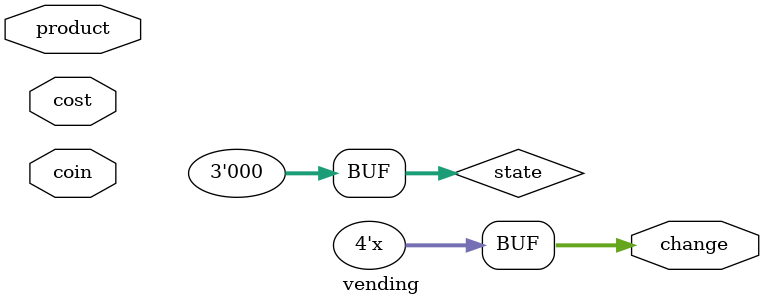
<source format=v>
module vending_test;

reg [3:0]coin;
reg [1:0]product;
reg [3:0]cost;
wire [3:0]change;

vending a(coin,cost,change,product);

initial
begin 
#10
coin=4'd5;
product=0;
cost=5;
#10
$display("Change is : %2d",change);

coin=3*4'd5;
product=1;
cost=0;
#10
$display("Change is : %2d",change);

coin=4'd10;
product=1;
cost=0;
#10
$display("Change is : %2d",change);

end
endmodule


module vending(coin,cost,change,product);

input [3:0]coin;
input [1:0]product;
input [3:0]cost;
output reg [3:0]change;
parameter s0=3'b000, s1=3'b001, s2=3'b010, s3=3'b011;
reg [2:0]state;

always@(*)
begin
	case(state)
	
	s0:begin
	if(coin==5 || coin ==10)
	state<=s1;
	else
	state<=s0;
	end

	s1:begin
	if(product==0 || product==1 || product==2 || product==3)
	state<=s2;
	else
	state<=s1;
	end

	s2:begin
	if(product==0 && (coin==4'd5))
	state<=s3;
	else if(product==1 && (coin==2*4'd5 || coin == 4'd10))
	state<=s3;
	else if(product==2 && (coin==3*4'd5  || coin==(4'd10+4'd5)))
	state<=s3;
	else if(product==3 && (coin==4*4'd5 || coin== 2*4'd10 || coin== (2*4'd5+ 4'd10)))
	state<=s3;
	else
	state<=s2;
	end

	s3:begin 
	if(product==0)begin
	change=coin-5;
	//state<=s0;
	end
	else if(product==1)
	begin	
	change=coin-10;
	//state<=s0;
	end
	else if(product==2)
	begin	
	change=coin-15;
	//state<=s0;
	end
	else if(product==3)
	begin
	change=coin-20;
	//state<=s0;
	end
	else
	state<=s0;
	end
	default: state<=s0;

endcase
end
endmodule

</source>
